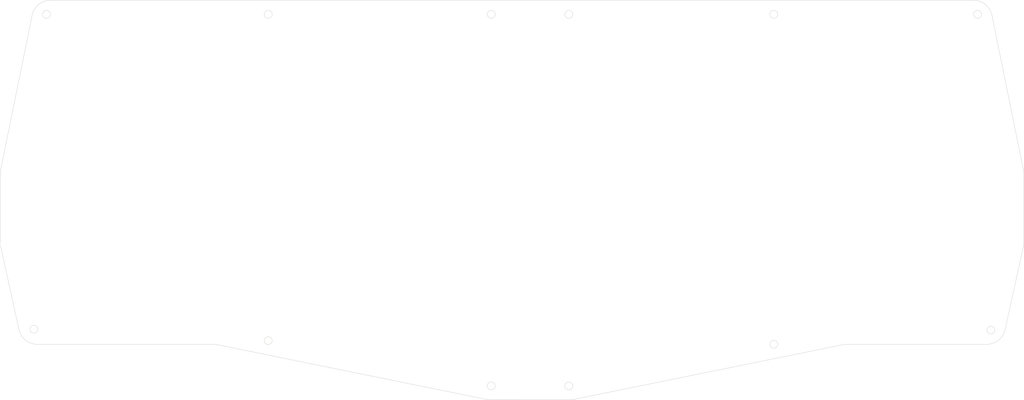
<source format=kicad_pcb>
(kicad_pcb (version 20171130) (host pcbnew "(5.1.2)-2")

  (general
    (thickness 1.6)
    (drawings 36)
    (tracks 0)
    (zones 0)
    (modules 0)
    (nets 1)
  )

  (page A3)
  (layers
    (0 F.Cu signal)
    (31 B.Cu signal)
    (32 B.Adhes user)
    (33 F.Adhes user)
    (34 B.Paste user)
    (35 F.Paste user)
    (36 B.SilkS user)
    (37 F.SilkS user)
    (38 B.Mask user)
    (39 F.Mask user)
    (40 Dwgs.User user)
    (41 Cmts.User user)
    (42 Eco1.User user)
    (43 Eco2.User user)
    (44 Edge.Cuts user)
    (45 Margin user)
    (46 B.CrtYd user)
    (47 F.CrtYd user)
    (48 B.Fab user)
    (49 F.Fab user)
  )

  (setup
    (last_trace_width 0.25)
    (trace_clearance 0.2)
    (zone_clearance 0.508)
    (zone_45_only no)
    (trace_min 0.2)
    (via_size 0.8)
    (via_drill 0.4)
    (via_min_size 0.4)
    (via_min_drill 0.3)
    (uvia_size 0.3)
    (uvia_drill 0.1)
    (uvias_allowed no)
    (uvia_min_size 0.2)
    (uvia_min_drill 0.1)
    (edge_width 0.05)
    (segment_width 0.2)
    (pcb_text_width 0.3)
    (pcb_text_size 1.5 1.5)
    (mod_edge_width 0.12)
    (mod_text_size 1 1)
    (mod_text_width 0.15)
    (pad_size 1.524 1.524)
    (pad_drill 0.762)
    (pad_to_mask_clearance 0.051)
    (solder_mask_min_width 0.25)
    (aux_axis_origin 0 0)
    (grid_origin 27.370075 17.1259)
    (visible_elements 7FFFFFFF)
    (pcbplotparams
      (layerselection 0x010fc_ffffffff)
      (usegerberextensions false)
      (usegerberattributes false)
      (usegerberadvancedattributes false)
      (creategerberjobfile false)
      (excludeedgelayer true)
      (linewidth 0.100000)
      (plotframeref false)
      (viasonmask false)
      (mode 1)
      (useauxorigin false)
      (hpglpennumber 1)
      (hpglpenspeed 20)
      (hpglpendiameter 15.000000)
      (psnegative false)
      (psa4output false)
      (plotreference true)
      (plotvalue true)
      (plotinvisibletext false)
      (padsonsilk false)
      (subtractmaskfromsilk false)
      (outputformat 1)
      (mirror false)
      (drillshape 1)
      (scaleselection 1)
      (outputdirectory ""))
  )

  (net 0 "")

  (net_class Default "これはデフォルトのネット クラスです。"
    (clearance 0.2)
    (trace_width 0.25)
    (via_dia 0.8)
    (via_drill 0.4)
    (uvia_dia 0.3)
    (uvia_drill 0.1)
  )

  (gr_circle (center 95.558075 25.8549) (end 96.608075 25.8549) (layer Edge.Cuts) (width 0.1))
  (gr_circle (center 229.403075 25.8549) (end 230.453075 25.8549) (layer Edge.Cuts) (width 0.1))
  (gr_line (start 24.605562 68.207918) (end 24.605562 86.214808) (layer Edge.Cuts) (width 0.1) (tstamp 5D5EA272))
  (gr_line (start 33.054149 26.108264) (end 24.705963 67.211) (layer Edge.Cuts) (width 0.1) (tstamp 5D5EA271))
  (gr_line (start 282.244485 22.105) (end 37.953899 22.105) (layer Edge.Cuts) (width 0.1) (tstamp 5D5EA270))
  (gr_line (start 295.48906 67.210159) (end 287.141625 26.110803) (layer Edge.Cuts) (width 0.1) (tstamp 5D5EA26F))
  (gr_line (start 295.58752 86.221756) (end 295.589437 68.207) (layer Edge.Cuts) (width 0.1) (tstamp 5D5EA26E))
  (gr_line (start 290.643656 109.37015) (end 295.473437 87.287) (layer Edge.Cuts) (width 0.1) (tstamp 5D5EA26D))
  (gr_line (start 248.709521 113.305) (end 285.758425 113.305) (layer Edge.Cuts) (width 0.1) (tstamp 5D5EA26C))
  (gr_line (start 176.363925 127.922386) (end 247.712712 113.405373) (layer Edge.Cuts) (width 0.1) (tstamp 5D5EA26B))
  (gr_line (start 154.345296 128.021765) (end 175.367041 128.022767) (layer Edge.Cuts) (width 0.1) (tstamp 5D5EA26A))
  (gr_line (start 81.99075 113.405) (end 153.348497 127.920547) (layer Edge.Cuts) (width 0.1) (tstamp 5D5EA269))
  (gr_line (start 34.435481 113.305) (end 80.993872 113.304998) (layer Edge.Cuts) (width 0.1) (tstamp 5D5EA268))
  (gr_line (start 24.720339 87.280005) (end 29.55175 109.367704) (layer Edge.Cuts) (width 0.1) (tstamp 5D5EA267))
  (gr_arc (start 29.605772 86.214808) (end 24.605562 86.214808) (angle -12.3) (layer Edge.Cuts) (width 0.05))
  (gr_arc (start 29.605962 68.207999) (end 24.705963 67.211) (angle -11.5) (layer Edge.Cuts) (width 0.1))
  (gr_arc (start 37.953899 27.105129) (end 37.953899 22.105) (angle -78.5) (layer Edge.Cuts) (width 0.1))
  (gr_arc (start 282.241626 27.104802) (end 287.141625 26.110803) (angle -78.5) (layer Edge.Cuts) (width 0.1))
  (gr_arc (start 290.589429 68.207) (end 295.589437 68.207) (angle -11.5) (layer Edge.Cuts) (width 0.1))
  (gr_arc (start 290.587438 86.225001) (end 295.473437 87.287) (angle -12.3) (layer Edge.Cuts) (width 0.1))
  (gr_arc (start 285.758425 108.304997) (end 285.758425 113.305) (angle -77.7) (layer Edge.Cuts) (width 0.1))
  (gr_arc (start 248.709521 118.304846) (end 248.709521 113.305) (angle -11.5) (layer Edge.Cuts) (width 0.1))
  (gr_arc (start 175.367041 123.022547) (end 175.367041 128.022767) (angle -11.5) (layer Edge.Cuts) (width 0.1))
  (gr_arc (start 154.349496 123.021548) (end 153.348497 127.920547) (angle -11.5) (layer Edge.Cuts) (width 0.1))
  (gr_arc (start 80.995751 118.304999) (end 81.99075 113.405) (angle -11.5) (layer Edge.Cuts) (width 0.1))
  (gr_arc (start 34.437749 108.304705) (end 29.55175 109.367704) (angle -77.7) (layer Edge.Cuts) (width 0.1))
  (gr_circle (center 154.59375 25.855) (end 155.64375 25.855) (layer Edge.Cuts) (width 0.1) (tstamp 5D5EA202))
  (gr_circle (center 175.12575 25.855) (end 176.17575 25.855) (layer Edge.Cuts) (width 0.1))
  (gr_circle (center 229.402375 113.304) (end 230.452375 113.304) (layer Edge.Cuts) (width 0.1))
  (gr_circle (center 95.558375 112.338) (end 96.608375 112.338) (layer Edge.Cuts) (width 0.1))
  (gr_circle (center 175.125497 124.346767) (end 176.175497 124.346767) (layer Edge.Cuts) (width 0.1))
  (gr_circle (center 154.593497 124.346767) (end 155.643497 124.346767) (layer Edge.Cuts) (width 0.1))
  (gr_circle (center 286.85275 109.555) (end 287.90275 109.555) (layer Edge.Cuts) (width 0.1))
  (gr_circle (center 33.537375 109.305) (end 34.587375 109.305) (layer Edge.Cuts) (width 0.1))
  (gr_circle (center 36.855375 25.855) (end 37.905375 25.855) (layer Edge.Cuts) (width 0.1))
  (gr_circle (center 283.33975 25.855) (end 284.38975 25.855) (layer Edge.Cuts) (width 0.1))

)

</source>
